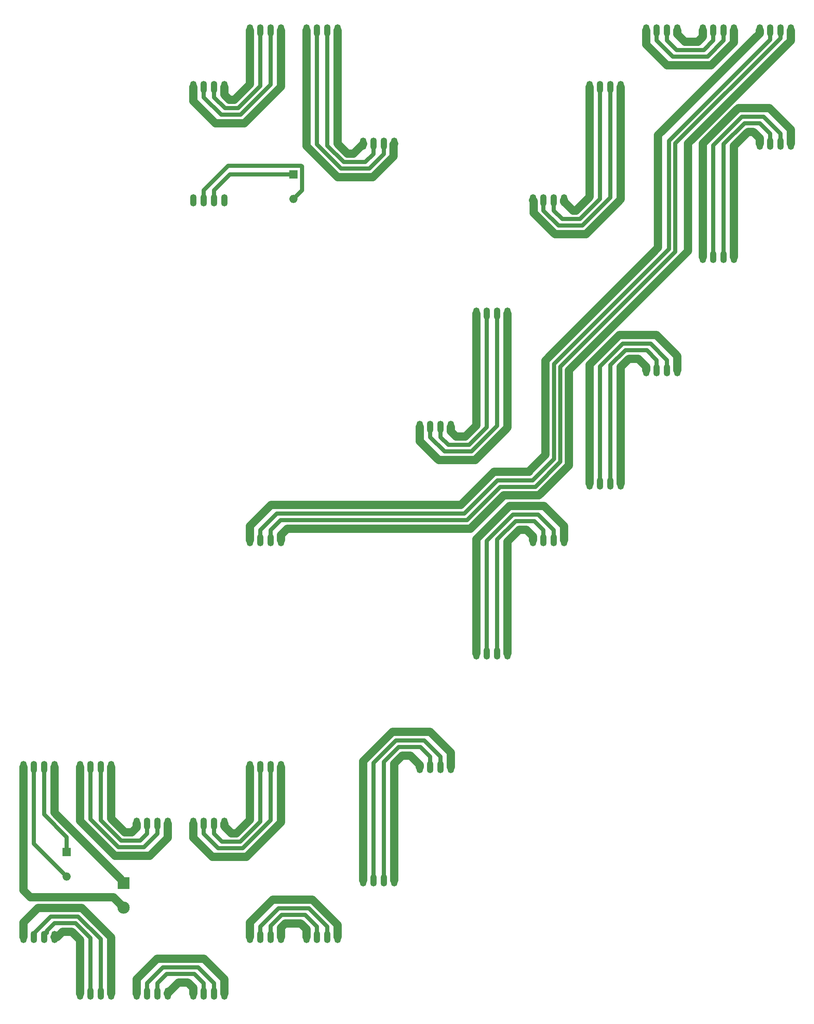
<source format=gbr>
G04 #@! TF.FileFunction,Copper,L2,Bot,Signal*
%FSLAX46Y46*%
G04 Gerber Fmt 4.6, Leading zero omitted, Abs format (unit mm)*
G04 Created by KiCad (PCBNEW 4.0.6) date Mon Jul 10 19:21:00 2017*
%MOMM*%
%LPD*%
G01*
G04 APERTURE LIST*
%ADD10C,0.100000*%
%ADD11O,1.524000X3.000000*%
%ADD12R,2.000000X2.000000*%
%ADD13O,2.000000X2.000000*%
%ADD14R,3.000000X3.000000*%
%ADD15O,3.000000X3.000000*%
%ADD16C,2.000000*%
%ADD17C,1.000000*%
G04 APERTURE END LIST*
D10*
D11*
X17839800Y-210561800D03*
X15299800Y-210561800D03*
X12759800Y-210561800D03*
X10219800Y-210561800D03*
X17839800Y-252228400D03*
X15299800Y-252228400D03*
X12759800Y-252228400D03*
X10219800Y-252228400D03*
X24108700Y-266117400D03*
X26648700Y-266117400D03*
X29188700Y-266117400D03*
X31728700Y-266117400D03*
X24108700Y-210561800D03*
X26648700Y-210561800D03*
X29188700Y-210561800D03*
X31728700Y-210561800D03*
X45617600Y-224450700D03*
X43077600Y-224450700D03*
X40537600Y-224450700D03*
X37997600Y-224450700D03*
X45617600Y-266117300D03*
X43077600Y-266117300D03*
X40537600Y-266117300D03*
X37997600Y-266117300D03*
X59506400Y-43895100D03*
X56966400Y-43895100D03*
X54426400Y-43895100D03*
X51886400Y-43895100D03*
X59506400Y-71672900D03*
X56966400Y-71672900D03*
X54426400Y-71672900D03*
X51886400Y-71672900D03*
X51886400Y-266117300D03*
X54426400Y-266117300D03*
X56966400Y-266117300D03*
X59506400Y-266117300D03*
X51886400Y-224450700D03*
X54426400Y-224450700D03*
X56966400Y-224450700D03*
X59506400Y-224450700D03*
X65775300Y-155006200D03*
X68315300Y-155006200D03*
X70855300Y-155006200D03*
X73395300Y-155006200D03*
X65775300Y-30006200D03*
X68315300Y-30006200D03*
X70855300Y-30006200D03*
X73395300Y-30006200D03*
X73395300Y-210561800D03*
X70855300Y-210561800D03*
X68315300Y-210561800D03*
X65775300Y-210561800D03*
X73395300Y-252228400D03*
X70855300Y-252228400D03*
X68315300Y-252228400D03*
X65775300Y-252228400D03*
X79664200Y-252228400D03*
X82204200Y-252228400D03*
X84744200Y-252228400D03*
X87284200Y-252228400D03*
X79664200Y-30006200D03*
X82204200Y-30006200D03*
X84744200Y-30006200D03*
X87284200Y-30006200D03*
X101173100Y-57784000D03*
X98633100Y-57784000D03*
X96093100Y-57784000D03*
X93553100Y-57784000D03*
X101173100Y-238339600D03*
X98633100Y-238339600D03*
X96093100Y-238339600D03*
X93553100Y-238339600D03*
X107442000Y-210561800D03*
X109982000Y-210561800D03*
X112522000Y-210561800D03*
X115062000Y-210561800D03*
X107442000Y-127228400D03*
X109982000Y-127228400D03*
X112522000Y-127228400D03*
X115062000Y-127228400D03*
X128950900Y-99450600D03*
X126410900Y-99450600D03*
X123870900Y-99450600D03*
X121330900Y-99450600D03*
X128950900Y-182784000D03*
X126410900Y-182784000D03*
X123870900Y-182784000D03*
X121330900Y-182784000D03*
X135219800Y-155006300D03*
X137759800Y-155006300D03*
X140299800Y-155006300D03*
X142839800Y-155006300D03*
X135219800Y-71672900D03*
X137759800Y-71672900D03*
X140299800Y-71672900D03*
X142839800Y-71672900D03*
X156728700Y-43895100D03*
X154188700Y-43895100D03*
X151648700Y-43895100D03*
X149108700Y-43895100D03*
X156728700Y-141117300D03*
X154188700Y-141117300D03*
X151648700Y-141117300D03*
X149108700Y-141117300D03*
X162997600Y-113339600D03*
X165537600Y-113339600D03*
X168077600Y-113339600D03*
X170617600Y-113339600D03*
X162997600Y-30006200D03*
X165537600Y-30006200D03*
X168077600Y-30006200D03*
X170617600Y-30006200D03*
X184506400Y-30006200D03*
X181966400Y-30006200D03*
X179426400Y-30006200D03*
X176886400Y-30006200D03*
X184506400Y-85561800D03*
X181966400Y-85561800D03*
X179426400Y-85561800D03*
X176886400Y-85561800D03*
X190775300Y-57784000D03*
X193315300Y-57784000D03*
X195855300Y-57784000D03*
X198395300Y-57784000D03*
X190775300Y-30006200D03*
X193315300Y-30006200D03*
X195855300Y-30006200D03*
X198395300Y-30006200D03*
D12*
X76454000Y-65278000D03*
D13*
X76454000Y-71310000D03*
D12*
X20828000Y-231394000D03*
D13*
X20828000Y-237426000D03*
D14*
X34798000Y-239014000D03*
D15*
X34798000Y-245046000D03*
D16*
X34798000Y-245046000D02*
X32303961Y-242551961D01*
X32303961Y-242551961D02*
X12719271Y-242551960D01*
X11919960Y-242551960D02*
X10219800Y-240851800D01*
X12719271Y-242551960D02*
X11919960Y-242551960D01*
X10219800Y-240851800D02*
X10219800Y-210561800D01*
X34798000Y-238760000D02*
X17839800Y-221801800D01*
X17839800Y-221801800D02*
X17839800Y-210561800D01*
X34798000Y-239014000D02*
X34798000Y-238760000D01*
X22098000Y-250952000D02*
X24108700Y-252962700D01*
X24108700Y-252962700D02*
X24108700Y-266117400D01*
X19812000Y-250952000D02*
X22098000Y-250952000D01*
X18535600Y-252228400D02*
X19812000Y-250952000D01*
X17839800Y-252228400D02*
X18535600Y-252228400D01*
D17*
X26648700Y-266117400D02*
X26648700Y-252532838D01*
X26648700Y-252532838D02*
X22967852Y-248851990D01*
X22967852Y-248851990D02*
X17844931Y-248851990D01*
X17844931Y-248851990D02*
X15977790Y-250719131D01*
X15977790Y-250719131D02*
X15977790Y-251206000D01*
X12759800Y-252228400D02*
X12759800Y-251397121D01*
X12759800Y-251397121D02*
X16904941Y-247251980D01*
X16904941Y-247251980D02*
X23630597Y-247251980D01*
X23630597Y-247251980D02*
X29188700Y-252810083D01*
X29188700Y-263617400D02*
X29188700Y-266117400D01*
X29188700Y-252810083D02*
X29188700Y-263617400D01*
D16*
X31728700Y-266117400D02*
X31728700Y-252380221D01*
X31728700Y-252380221D02*
X24500449Y-245151970D01*
X24500449Y-245151970D02*
X13796230Y-245151970D01*
X13796230Y-245151970D02*
X10219800Y-248728400D01*
X10219800Y-248728400D02*
X10219800Y-252228400D01*
X24108700Y-210561800D02*
X24108700Y-223827179D01*
X24108700Y-223827179D02*
X32649550Y-232368029D01*
X41200271Y-232368029D02*
X45617600Y-227950700D01*
X32649550Y-232368029D02*
X41200271Y-232368029D01*
X45617600Y-227950700D02*
X45617600Y-224450700D01*
D17*
X43077600Y-224450700D02*
X43077600Y-226950700D01*
X43077600Y-226950700D02*
X39760280Y-230268020D01*
X39760280Y-230268020D02*
X33519403Y-230268020D01*
X33519403Y-230268020D02*
X26648700Y-223397317D01*
X26648700Y-213061800D02*
X26648700Y-210561800D01*
X26648700Y-223397317D02*
X26648700Y-213061800D01*
X29188700Y-210561800D02*
X29188700Y-223674562D01*
X29188700Y-223674562D02*
X34182148Y-228668010D01*
X34182148Y-228668010D02*
X38820290Y-228668010D01*
X38820290Y-228668010D02*
X40537600Y-226950700D01*
X40537600Y-226950700D02*
X40537600Y-224450700D01*
D16*
X35052000Y-226568000D02*
X31728700Y-223244700D01*
X31728700Y-223244700D02*
X31728700Y-210561800D01*
X36830000Y-226568000D02*
X35052000Y-226568000D01*
X37997600Y-225400400D02*
X36830000Y-226568000D01*
X37997600Y-224450700D02*
X37997600Y-225400400D01*
X50546000Y-263398000D02*
X51886400Y-264738400D01*
X51886400Y-264738400D02*
X51886400Y-266117300D01*
X48260000Y-263398000D02*
X50546000Y-263398000D01*
X45617600Y-266040400D02*
X48260000Y-263398000D01*
X45617600Y-266117300D02*
X45617600Y-266040400D01*
D17*
X54426400Y-266117300D02*
X54426400Y-263617300D01*
X54426400Y-263617300D02*
X52107090Y-261297990D01*
X52107090Y-261297990D02*
X45396910Y-261297990D01*
X45396910Y-261297990D02*
X43077600Y-263617300D01*
X43077600Y-263617300D02*
X43077600Y-266117300D01*
X40537600Y-266117300D02*
X40537600Y-263617300D01*
X40537600Y-263617300D02*
X44456920Y-259697980D01*
X44456920Y-259697980D02*
X53047080Y-259697980D01*
X53047080Y-259697980D02*
X56966400Y-263617300D01*
X56966400Y-263617300D02*
X56966400Y-266117300D01*
D16*
X59506400Y-266117300D02*
X59506400Y-262617300D01*
X59506400Y-262617300D02*
X54487071Y-257597971D01*
X54487071Y-257597971D02*
X43016929Y-257597971D01*
X43016929Y-257597971D02*
X37997600Y-262617300D01*
X37997600Y-262617300D02*
X37997600Y-266117300D01*
X61976000Y-46990000D02*
X65775300Y-43190700D01*
X65775300Y-43190700D02*
X65775300Y-30006200D01*
X60706000Y-46990000D02*
X61976000Y-46990000D01*
X59506400Y-45790400D02*
X60706000Y-46990000D01*
X59506400Y-43895100D02*
X59506400Y-45790400D01*
D17*
X68315300Y-30006200D02*
X68315300Y-43620562D01*
X68315300Y-43620562D02*
X62845853Y-49090009D01*
X62845853Y-49090009D02*
X59661309Y-49090009D01*
X59661309Y-49090009D02*
X56966400Y-46395100D01*
X56966400Y-46395100D02*
X56966400Y-43895100D01*
X54426400Y-43895100D02*
X54426400Y-46395100D01*
X54426400Y-46395100D02*
X58721319Y-50690019D01*
X70855300Y-43343317D02*
X70855300Y-32506200D01*
X58721319Y-50690019D02*
X63508598Y-50690019D01*
X63508598Y-50690019D02*
X70855300Y-43343317D01*
X70855300Y-32506200D02*
X70855300Y-30006200D01*
D16*
X73395300Y-30006200D02*
X73395300Y-43773179D01*
X73395300Y-43773179D02*
X64378451Y-52790028D01*
X64378451Y-52790028D02*
X57281328Y-52790028D01*
X57281328Y-52790028D02*
X51886400Y-47395100D01*
X51886400Y-47395100D02*
X51886400Y-43895100D01*
X73395300Y-210561800D02*
X73395300Y-224113179D01*
X73395300Y-224113179D02*
X64886450Y-232622029D01*
X64886450Y-232622029D02*
X56557729Y-232622029D01*
X56557729Y-232622029D02*
X51886400Y-227950700D01*
X51886400Y-227950700D02*
X51886400Y-224450700D01*
D17*
X54426400Y-224450700D02*
X54426400Y-226950700D01*
X57997720Y-230522020D02*
X64016597Y-230522020D01*
X54426400Y-226950700D02*
X57997720Y-230522020D01*
X70855300Y-213061800D02*
X70855300Y-210561800D01*
X64016597Y-230522020D02*
X70855300Y-223683317D01*
X70855300Y-223683317D02*
X70855300Y-213061800D01*
X68315300Y-210561800D02*
X68315300Y-223960562D01*
X68315300Y-223960562D02*
X63353852Y-228922010D01*
X58937710Y-228922010D02*
X56966400Y-226950700D01*
X63353852Y-228922010D02*
X58937710Y-228922010D01*
X56966400Y-226950700D02*
X56966400Y-224450700D01*
D16*
X62484000Y-226822000D02*
X65775300Y-223530700D01*
X65775300Y-223530700D02*
X65775300Y-210561800D01*
X61214000Y-226822000D02*
X62484000Y-226822000D01*
X59506400Y-225114400D02*
X61214000Y-226822000D01*
X59506400Y-224450700D02*
X59506400Y-225114400D01*
X190775300Y-30006200D02*
X190775300Y-30744200D01*
X190775300Y-30744200D02*
X165862000Y-55657500D01*
X117485551Y-146345970D02*
X70935530Y-146345970D01*
X165862000Y-55657500D02*
X165862000Y-83296076D01*
X70935530Y-146345970D02*
X65775300Y-151506200D01*
X165862000Y-83296076D02*
X138217973Y-110940103D01*
X138217973Y-110940103D02*
X138217972Y-134070028D01*
X138217972Y-134070028D02*
X134267591Y-138020409D01*
X125631590Y-138199931D02*
X117485551Y-146345970D01*
X134267591Y-138020409D02*
X134267591Y-138199931D01*
X134267591Y-138199931D02*
X125631590Y-138199931D01*
X65775300Y-151506200D02*
X65775300Y-155006200D01*
D17*
X193315300Y-30006200D02*
X193315300Y-32259946D01*
X193315300Y-32259946D02*
X168511981Y-57063264D01*
X135137443Y-140299941D02*
X126501442Y-140299941D01*
X168511981Y-57063264D02*
X168511981Y-83615956D01*
X168511981Y-83615956D02*
X140317982Y-111809956D01*
X140317982Y-111809956D02*
X140317982Y-135119402D01*
X140317982Y-135119402D02*
X135137443Y-140299941D01*
X72375520Y-148445980D02*
X68315300Y-152506200D01*
X126501442Y-140299941D02*
X118355404Y-148445980D01*
X118355404Y-148445980D02*
X72375520Y-148445980D01*
X68315300Y-152506200D02*
X68315300Y-155006200D01*
X195855300Y-30006200D02*
X195855300Y-31982700D01*
X195855300Y-31982700D02*
X170111991Y-57726009D01*
X170111991Y-57726009D02*
X170111991Y-84278700D01*
X170111991Y-84278700D02*
X141917991Y-112472700D01*
X141917991Y-112472700D02*
X141917990Y-135782148D01*
X141917990Y-135782148D02*
X135800187Y-141899951D01*
X119018148Y-150045990D02*
X73315510Y-150045990D01*
X135800187Y-141899951D02*
X127164187Y-141899951D01*
X127164187Y-141899951D02*
X119018148Y-150045990D01*
X73315510Y-150045990D02*
X70855300Y-152506200D01*
X70855300Y-152506200D02*
X70855300Y-155006200D01*
D16*
X73395300Y-155006200D02*
X73395300Y-153680700D01*
X73395300Y-153680700D02*
X74930000Y-152146000D01*
X128034039Y-143999961D02*
X136670039Y-143999961D01*
X74930000Y-152146000D02*
X119888000Y-152146000D01*
X119888000Y-152146000D02*
X128034039Y-143999961D01*
X136670039Y-143999961D02*
X144018000Y-136652000D01*
X173217610Y-57726943D02*
X198395300Y-32549253D01*
X144018000Y-136652000D02*
X144018000Y-113342553D01*
X144018000Y-113342553D02*
X173217610Y-84142943D01*
X173217610Y-84142943D02*
X173217610Y-57726943D01*
X198395300Y-32549253D02*
X198395300Y-30006200D01*
X73395300Y-252228400D02*
X73395300Y-249946700D01*
X73395300Y-249946700D02*
X74422000Y-248920000D01*
X74422000Y-248920000D02*
X78232000Y-248920000D01*
X78232000Y-248920000D02*
X79664200Y-250352200D01*
X79664200Y-250352200D02*
X79664200Y-252228400D01*
D17*
X82204200Y-252228400D02*
X82204200Y-249728400D01*
X82204200Y-249728400D02*
X79295790Y-246819990D01*
X79295790Y-246819990D02*
X73552147Y-246819991D01*
X73552147Y-246819991D02*
X70855300Y-249516838D01*
X70855300Y-249516838D02*
X70855300Y-249728400D01*
X70855300Y-249728400D02*
X70855300Y-252228400D01*
X68315300Y-252228400D02*
X68315300Y-249728400D01*
X68315300Y-249728400D02*
X72823718Y-245219982D01*
X72823718Y-245219982D02*
X80235782Y-245219982D01*
X80235782Y-245219982D02*
X84744200Y-249728400D01*
X84744200Y-249728400D02*
X84744200Y-252228400D01*
D16*
X87284200Y-252228400D02*
X87284200Y-249298538D01*
X87284200Y-249298538D02*
X81105635Y-243119973D01*
X81105635Y-243119973D02*
X71383727Y-243119973D01*
X71383727Y-243119973D02*
X65775300Y-248728400D01*
X65775300Y-248728400D02*
X65775300Y-252228400D01*
X79664200Y-30006200D02*
X79664200Y-58402679D01*
X79664200Y-58402679D02*
X87259551Y-65998030D01*
X87259551Y-65998030D02*
X95888933Y-65998029D01*
X95888933Y-65998029D02*
X100995110Y-60891852D01*
X100995110Y-60891852D02*
X100995110Y-57961990D01*
X100995110Y-57961990D02*
X101173100Y-57784000D01*
D17*
X98633100Y-57784000D02*
X98633100Y-60284000D01*
X98633100Y-60284000D02*
X95019080Y-63898020D01*
X95019080Y-63898020D02*
X88129403Y-63898020D01*
X88129403Y-63898020D02*
X82204200Y-57972817D01*
X82204200Y-57972817D02*
X82204200Y-32506200D01*
X82204200Y-32506200D02*
X82204200Y-30006200D01*
X84744200Y-30006200D02*
X84744200Y-58250062D01*
X84744200Y-58250062D02*
X88792148Y-62298010D01*
X88792148Y-62298010D02*
X94079090Y-62298010D01*
X94079090Y-62298010D02*
X96093100Y-60284000D01*
X96093100Y-60284000D02*
X96093100Y-57784000D01*
D16*
X93553100Y-57784000D02*
X93553100Y-57830900D01*
X93553100Y-57830900D02*
X91186000Y-60198000D01*
X91186000Y-60198000D02*
X89662000Y-60198000D01*
X89662000Y-60198000D02*
X87284200Y-57820200D01*
X87284200Y-57820200D02*
X87284200Y-30006200D01*
X107442000Y-210561800D02*
X107442000Y-210058000D01*
X107442000Y-210058000D02*
X105156000Y-207772000D01*
X105156000Y-207772000D02*
X103124000Y-207772000D01*
X103124000Y-207772000D02*
X101173100Y-209722900D01*
X101173100Y-209722900D02*
X101173100Y-238339600D01*
D17*
X98633100Y-238339600D02*
X98633100Y-209293038D01*
X98633100Y-209293038D02*
X102254147Y-205671991D01*
X102254147Y-205671991D02*
X107592191Y-205671991D01*
X107592191Y-205671991D02*
X109982000Y-208061800D01*
X109982000Y-208061800D02*
X109982000Y-210561800D01*
X112522000Y-210561800D02*
X112522000Y-208061800D01*
X108532181Y-204071981D02*
X101591402Y-204071981D01*
X112522000Y-208061800D02*
X108532181Y-204071981D01*
X101591402Y-204071981D02*
X96093100Y-209570283D01*
X96093100Y-209570283D02*
X96093100Y-235839600D01*
X96093100Y-235839600D02*
X96093100Y-238339600D01*
D16*
X93553100Y-238339600D02*
X93553100Y-209140421D01*
X115062000Y-207061800D02*
X115062000Y-210561800D01*
X93553100Y-209140421D02*
X100721549Y-201971972D01*
X100721549Y-201971972D02*
X109972172Y-201971972D01*
X109972172Y-201971972D02*
X115062000Y-207061800D01*
X128950900Y-99450600D02*
X128950900Y-127409579D01*
X128950900Y-127409579D02*
X121020451Y-135340028D01*
X121020451Y-135340028D02*
X112053628Y-135340028D01*
X112053628Y-135340028D02*
X107442000Y-130728400D01*
X107442000Y-130728400D02*
X107442000Y-127228400D01*
D17*
X109982000Y-127228400D02*
X109982000Y-129728400D01*
X109982000Y-129728400D02*
X113493619Y-133240019D01*
X113493619Y-133240019D02*
X120150598Y-133240019D01*
X120150598Y-133240019D02*
X126410900Y-126979717D01*
X126410900Y-126979717D02*
X126410900Y-101950600D01*
X126410900Y-101950600D02*
X126410900Y-99450600D01*
X123870900Y-99450600D02*
X123870900Y-127256962D01*
X119487853Y-131640009D02*
X114433609Y-131640009D01*
X123870900Y-127256962D02*
X119487853Y-131640009D01*
X114433609Y-131640009D02*
X112522000Y-129728400D01*
X112522000Y-129728400D02*
X112522000Y-127228400D01*
D16*
X118618000Y-129540000D02*
X121330900Y-126827100D01*
X121330900Y-126827100D02*
X121330900Y-99450600D01*
X116332000Y-129540000D02*
X118618000Y-129540000D01*
X115062000Y-128270000D02*
X116332000Y-129540000D01*
X115062000Y-127228400D02*
X115062000Y-128270000D01*
X135219800Y-155006300D02*
X135219800Y-154015800D01*
X128950900Y-155275100D02*
X128950900Y-182784000D01*
X135219800Y-154015800D02*
X133604000Y-152400000D01*
X133604000Y-152400000D02*
X131826000Y-152400000D01*
X131826000Y-152400000D02*
X128950900Y-155275100D01*
D17*
X126410900Y-182784000D02*
X126410900Y-154845238D01*
X126410900Y-154845238D02*
X130956148Y-150299990D01*
X130956148Y-150299990D02*
X135553490Y-150299990D01*
X135553490Y-150299990D02*
X137759800Y-152506300D01*
X137759800Y-152506300D02*
X137759800Y-155006300D01*
X140299800Y-155006300D02*
X140299800Y-152506300D01*
X140299800Y-152506300D02*
X136493480Y-148699980D01*
X136493480Y-148699980D02*
X130293403Y-148699980D01*
X123870900Y-180284000D02*
X123870900Y-182784000D01*
X130293403Y-148699980D02*
X123870900Y-155122483D01*
X123870900Y-155122483D02*
X123870900Y-180284000D01*
D16*
X121330900Y-182784000D02*
X121330900Y-154692621D01*
X121330900Y-154692621D02*
X129423550Y-146599971D01*
X137933471Y-146599971D02*
X142839800Y-151506300D01*
X129423550Y-146599971D02*
X137933471Y-146599971D01*
X142839800Y-151506300D02*
X142839800Y-155006300D01*
X156728700Y-43895100D02*
X156728700Y-71437779D01*
X156728700Y-71437779D02*
X148198449Y-79968030D01*
X148198449Y-79968030D02*
X140585067Y-79968029D01*
X140585067Y-79968029D02*
X135397790Y-74780752D01*
X135397790Y-74780752D02*
X135397790Y-71850890D01*
X135397790Y-71850890D02*
X135219800Y-71672900D01*
D17*
X137759800Y-71672900D02*
X137759800Y-74172900D01*
X137759800Y-74172900D02*
X141454920Y-77868020D01*
X141454920Y-77868020D02*
X147328597Y-77868020D01*
X147328597Y-77868020D02*
X154188700Y-71007917D01*
X154188700Y-71007917D02*
X154188700Y-46395100D01*
X154188700Y-46395100D02*
X154188700Y-43895100D01*
X151648700Y-43895100D02*
X151648700Y-71285162D01*
X151648700Y-71285162D02*
X146665852Y-76268010D01*
X146665852Y-76268010D02*
X142394910Y-76268010D01*
X142394910Y-76268010D02*
X140299800Y-74172900D01*
X140299800Y-74172900D02*
X140299800Y-71672900D01*
D16*
X145796000Y-74168000D02*
X149108700Y-70855300D01*
X149108700Y-70855300D02*
X149108700Y-43895100D01*
X145034000Y-74168000D02*
X145796000Y-74168000D01*
X142839800Y-71973800D02*
X145034000Y-74168000D01*
X142839800Y-71672900D02*
X142839800Y-71973800D01*
X162997600Y-113339600D02*
X162997600Y-112451600D01*
X162997600Y-112451600D02*
X161036000Y-110490000D01*
X161036000Y-110490000D02*
X158750000Y-110490000D01*
X158750000Y-110490000D02*
X156728700Y-112511300D01*
X156728700Y-112511300D02*
X156728700Y-141117300D01*
D17*
X154188700Y-141117300D02*
X154188700Y-112081438D01*
X154188700Y-112081438D02*
X157880148Y-108389990D01*
X157880148Y-108389990D02*
X163087990Y-108389990D01*
X163087990Y-108389990D02*
X165537600Y-110839600D01*
X165537600Y-110839600D02*
X165537600Y-113339600D01*
X168077600Y-113339600D02*
X168077600Y-110839600D01*
X168077600Y-110839600D02*
X164027980Y-106789980D01*
X164027980Y-106789980D02*
X157217403Y-106789980D01*
X157217403Y-106789980D02*
X151648700Y-112358683D01*
X151648700Y-112358683D02*
X151648700Y-138617300D01*
X151648700Y-138617300D02*
X151648700Y-141117300D01*
D16*
X149108700Y-141117300D02*
X149108700Y-111928821D01*
X149108700Y-111928821D02*
X156347550Y-104689971D01*
X156347550Y-104689971D02*
X165467971Y-104689971D01*
X165467971Y-104689971D02*
X170617600Y-109839600D01*
X170617600Y-109839600D02*
X170617600Y-113339600D01*
X184506400Y-30006200D02*
X184506400Y-32936062D01*
X184506400Y-32936062D02*
X178876433Y-38566029D01*
X178876433Y-38566029D02*
X168057429Y-38566029D01*
X168057429Y-38566029D02*
X162997600Y-33506200D01*
X162997600Y-33506200D02*
X162997600Y-30006200D01*
D17*
X165537600Y-30006200D02*
X165537600Y-32506200D01*
X169497420Y-36466020D02*
X178006580Y-36466020D01*
X165537600Y-32506200D02*
X169497420Y-36466020D01*
X178006580Y-36466020D02*
X181966400Y-32506200D01*
X181966400Y-32506200D02*
X181966400Y-30006200D01*
X179426400Y-30006200D02*
X179426400Y-32506200D01*
X179426400Y-32506200D02*
X177066590Y-34866010D01*
X177066590Y-34866010D02*
X170437410Y-34866010D01*
X170437410Y-34866010D02*
X168077600Y-32506200D01*
X168077600Y-32506200D02*
X168077600Y-30006200D01*
D16*
X172466000Y-32766000D02*
X170617600Y-30917600D01*
X170617600Y-30917600D02*
X170617600Y-30006200D01*
X175664986Y-32766000D02*
X172466000Y-32766000D01*
X176886400Y-30006200D02*
X176886400Y-31544586D01*
X176886400Y-31544586D02*
X175664986Y-32766000D01*
X187960000Y-54864000D02*
X184506400Y-58317600D01*
X184506400Y-58317600D02*
X184506400Y-85561800D01*
X189230000Y-54864000D02*
X187960000Y-54864000D01*
X190775300Y-56409300D02*
X189230000Y-54864000D01*
X190775300Y-57784000D02*
X190775300Y-56409300D01*
D17*
X181966400Y-85561800D02*
X181966400Y-57887738D01*
X181966400Y-57887738D02*
X187090148Y-52763990D01*
X187090148Y-52763990D02*
X190795290Y-52763990D01*
X190795290Y-52763990D02*
X193315300Y-55284000D01*
X193315300Y-55284000D02*
X193315300Y-57784000D01*
X195855300Y-57784000D02*
X195855300Y-55284000D01*
X195855300Y-55284000D02*
X191735280Y-51163980D01*
X179426400Y-58164983D02*
X179426400Y-83061800D01*
X191735280Y-51163980D02*
X186427403Y-51163980D01*
X179426400Y-83061800D02*
X179426400Y-85561800D01*
X186427403Y-51163980D02*
X179426400Y-58164983D01*
D16*
X176886400Y-85561800D02*
X176886400Y-57735121D01*
X176886400Y-57735121D02*
X185557550Y-49063971D01*
X185557550Y-49063971D02*
X193175271Y-49063971D01*
X193175271Y-49063971D02*
X198395300Y-54284000D01*
X198395300Y-54284000D02*
X198395300Y-57784000D01*
D17*
X20828000Y-231394000D02*
X20828000Y-227759862D01*
X20828000Y-227759862D02*
X15299800Y-222231662D01*
X15299800Y-222231662D02*
X15299800Y-213061800D01*
X15299800Y-213061800D02*
X15299800Y-210561800D01*
X12759800Y-210561800D02*
X12759800Y-229357800D01*
X12759800Y-229357800D02*
X20828000Y-237426000D01*
X56966400Y-71672900D02*
X56966400Y-69172900D01*
X56966400Y-69172900D02*
X60861300Y-65278000D01*
X60861300Y-65278000D02*
X74454000Y-65278000D01*
X74454000Y-65278000D02*
X76454000Y-65278000D01*
X54426400Y-71672900D02*
X54426400Y-69172900D01*
X54426400Y-69172900D02*
X60421301Y-63177999D01*
X78554001Y-69209999D02*
X77453999Y-70310001D01*
X77453999Y-70310001D02*
X76454000Y-71310000D01*
X60421301Y-63177999D02*
X78334001Y-63177999D01*
X78334001Y-63177999D02*
X78554001Y-63397999D01*
X78554001Y-63397999D02*
X78554001Y-69209999D01*
M02*

</source>
